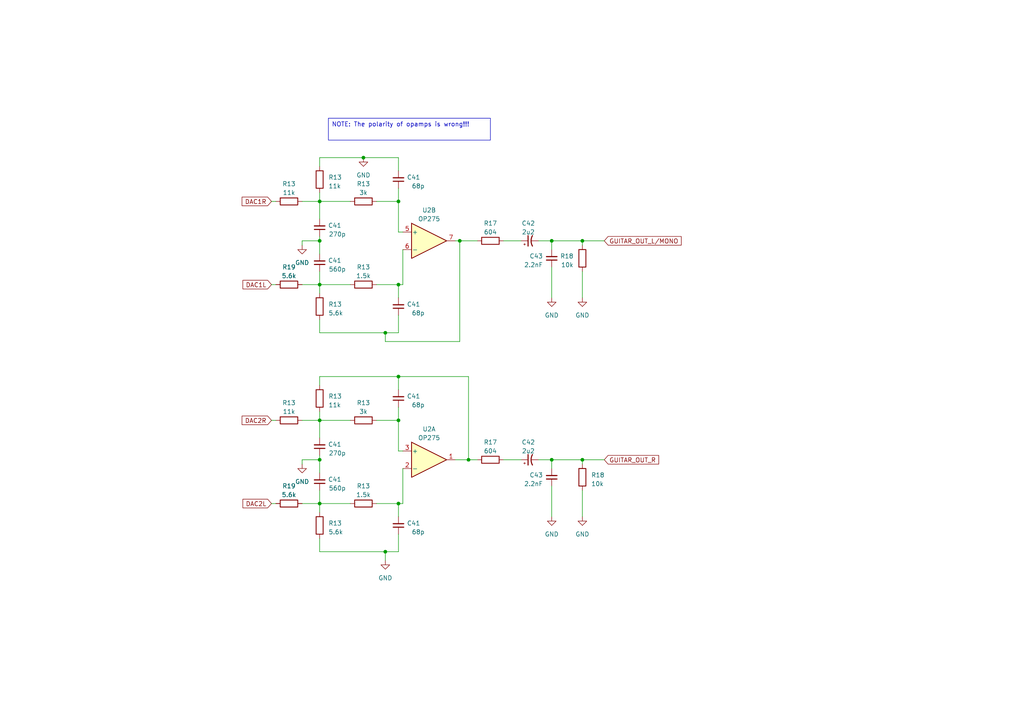
<source format=kicad_sch>
(kicad_sch (version 20230121) (generator eeschema)
  (paper "A4")
  (lib_symbols
    (symbol "Amplifier_Operational:OP275" (pin_names (offset 0.127))
      (property "Reference" "U" (at 0 5.08 0))
      (property "Value" "OP275" (at 0 -5.08 0))
      (symbol "OP275_1_1"
        (polyline (pts (xy -5.08 5.08) (xy 5.08 0) (xy -5.08 -5.08) (xy -5.08 5.08)) (stroke (width 0.254)) (fill (type background)))
        (pin output line (at 7.62 0 180) (length 2.54) (name "~") (number "1"))
        (pin input line (at -7.62 -2.54 0) (length 2.54) (name "-") (number "2"))
        (pin input line (at -7.62 2.54 0) (length 2.54) (name "+") (number "3"))
      )
      (symbol "OP275_2_1"
        (polyline (pts (xy -5.08 5.08) (xy 5.08 0) (xy -5.08 -5.08) (xy -5.08 5.08)) (stroke (width 0.254)) (fill (type background)))
        (pin input line (at -7.62 2.54 0) (length 2.54) (name "+") (number "5"))
        (pin input line (at -7.62 -2.54 0) (length 2.54) (name "-") (number "6"))
        (pin output line (at 7.62 0 180) (length 2.54) (name "~") (number "7"))
      )
      (symbol "OP275_3_1"
        (pin power_in line (at -2.54 -7.62 90) (length 3.81) (name "V-") (number "4"))
        (pin power_in line (at -2.54 7.62 270) (length 3.81) (name "V+") (number "8"))
      )
    )
    (symbol "Device:C_Polarized_Small_US" (pin_numbers hide) (pin_names (offset 0.254) hide)
      (property "Reference" "C" (at 0.254 1.778 0))
      (property "Value" "C_Polarized_Small_US" (at 0.254 -2.032 0))
      (symbol "C_Polarized_Small_US_0_1"
        (polyline (pts (xy -1.524 0.508) (xy 1.524 0.508)) (stroke (width 0.3048)))
        (polyline (pts (xy -1.27 1.524) (xy -0.762 1.524)))
        (polyline (pts (xy -1.016 1.27) (xy -1.016 1.778)))
        (arc (start 1.524 -0.762) (mid 0 -0.3734) (end -1.524 -0.762) (stroke (width 0.3048)))
      )
      (symbol "C_Polarized_Small_US_1_1"
        (pin passive line (at 0 2.54 270) (length 2.032) (name "~") (number "1"))
        (pin passive line (at 0 -2.54 90) (length 2.032) (name "~") (number "2"))
      )
    )
    (symbol "Device:C_Small" (pin_numbers hide) (pin_names (offset 0.254) hide)
      (property "Reference" "C" (at 0.254 1.778 0))
      (property "Value" "C_Small" (at 0.254 -2.032 0))
      (symbol "C_Small_0_1"
        (polyline (pts (xy -1.524 -0.508) (xy 1.524 -0.508)) (stroke (width 0.3302)))
        (polyline (pts (xy -1.524 0.508) (xy 1.524 0.508)) (stroke (width 0.3048)))
      )
      (symbol "C_Small_1_1"
        (pin passive line (at 0 2.54 270) (length 2.032) (name "~") (number "1"))
        (pin passive line (at 0 -2.54 90) (length 2.032) (name "~") (number "2"))
      )
    )
    (symbol "Device:R" (pin_numbers hide) (pin_names (offset 0))
      (property "Reference" "R" (at 2.032 0 90))
      (property "Value" "R" (at 0 0 90))
      (symbol "R_0_1"
        (rectangle (start -1.016 -2.54) (end 1.016 2.54) (stroke (width 0.254)))
      )
      (symbol "R_1_1"
        (pin passive line (at 0 3.81 270) (length 1.27) (name "~") (number "1"))
        (pin passive line (at 0 -3.81 90) (length 1.27) (name "~") (number "2"))
      )
    )
    (symbol "power:GND" (power) (pin_names (offset 0))
      (property "Value" "GND" (at 0 -3.81 0))
      (symbol "GND_0_1"
        (polyline (pts (xy 0 0) (xy 0 -1.27) (xy 1.27 -1.27) (xy 0 -2.54) (xy -1.27 -1.27) (xy 0 -1.27)))
      )
      (symbol "GND_1_1"
        (pin power_in line (at 0 0 270) (length 0) hide (name "GND") (number "1"))
      )
    )
  )
  (junction (at 135.89 133.35))
  (junction (at 92.71 69.85))
  (junction (at 92.71 82.55))
  (junction (at 160.02 69.85))
  (junction (at 111.76 160.02))
  (junction (at 111.76 96.52))
  (junction (at 92.71 121.92))
  (junction (at 115.57 58.42))
  (junction (at 105.41 45.72))
  (junction (at 160.02 133.35))
  (junction (at 133.35 69.85))
  (junction (at 168.91 69.85))
  (junction (at 92.71 146.05))
  (junction (at 115.57 82.55))
  (junction (at 115.57 146.05))
  (junction (at 92.71 133.35))
  (junction (at 115.57 109.22))
  (junction (at 115.57 121.92))
  (junction (at 168.91 133.35))
  (junction (at 92.71 58.42))
  (wire (pts (xy 87.63 133.35) (xy 92.71 133.35)))
  (wire (pts (xy 116.84 72.39) (xy 116.84 82.55)))
  (wire (pts (xy 135.89 133.35) (xy 138.43 133.35)))
  (wire (pts (xy 146.05 133.35) (xy 151.13 133.35)))
  (wire (pts (xy 168.91 78.74) (xy 168.91 86.36)))
  (wire (pts (xy 92.71 132.08) (xy 92.71 133.35)))
  (wire (pts (xy 116.84 135.89) (xy 116.84 146.05)))
  (wire (pts (xy 92.71 82.55) (xy 92.71 85.09)))
  (wire (pts (xy 92.71 68.58) (xy 92.71 69.85)))
  (wire (pts (xy 115.57 58.42) (xy 109.22 58.42)))
  (wire (pts (xy 92.71 45.72) (xy 105.41 45.72)))
  (wire (pts (xy 109.22 82.55) (xy 115.57 82.55)))
  (wire (pts (xy 111.76 96.52) (xy 115.57 96.52)))
  (wire (pts (xy 168.91 142.24) (xy 168.91 149.86)))
  (wire (pts (xy 115.57 118.11) (xy 115.57 121.92)))
  (wire (pts (xy 87.63 69.85) (xy 92.71 69.85)))
  (wire (pts (xy 160.02 133.35) (xy 160.02 135.89)))
  (wire (pts (xy 87.63 71.12) (xy 87.63 69.85)))
  (wire (pts (xy 146.05 69.85) (xy 151.13 69.85)))
  (wire (pts (xy 92.71 121.92) (xy 92.71 127)))
  (wire (pts (xy 92.71 111.76) (xy 92.71 109.22)))
  (wire (pts (xy 160.02 77.47) (xy 160.02 86.36)))
  (wire (pts (xy 87.63 58.42) (xy 92.71 58.42)))
  (wire (pts (xy 116.84 130.81) (xy 115.57 130.81)))
  (wire (pts (xy 111.76 160.02) (xy 115.57 160.02)))
  (wire (pts (xy 78.74 121.92) (xy 80.01 121.92)))
  (wire (pts (xy 92.71 69.85) (xy 92.71 73.66)))
  (wire (pts (xy 168.91 69.85) (xy 168.91 71.12)))
  (wire (pts (xy 87.63 134.62) (xy 87.63 133.35)))
  (wire (pts (xy 132.08 69.85) (xy 133.35 69.85)))
  (wire (pts (xy 115.57 146.05) (xy 115.57 149.86)))
  (wire (pts (xy 115.57 109.22) (xy 115.57 113.03)))
  (wire (pts (xy 92.71 109.22) (xy 115.57 109.22)))
  (wire (pts (xy 92.71 58.42) (xy 101.6 58.42)))
  (wire (pts (xy 92.71 142.24) (xy 92.71 146.05)))
  (wire (pts (xy 168.91 133.35) (xy 175.26 133.35)))
  (wire (pts (xy 105.41 45.72) (xy 115.57 45.72)))
  (wire (pts (xy 135.89 109.22) (xy 135.89 133.35)))
  (wire (pts (xy 111.76 99.06) (xy 133.35 99.06)))
  (wire (pts (xy 87.63 121.92) (xy 92.71 121.92)))
  (wire (pts (xy 133.35 99.06) (xy 133.35 69.85)))
  (wire (pts (xy 115.57 82.55) (xy 116.84 82.55)))
  (wire (pts (xy 168.91 133.35) (xy 168.91 134.62)))
  (wire (pts (xy 92.71 92.71) (xy 92.71 96.52)))
  (wire (pts (xy 115.57 146.05) (xy 116.84 146.05)))
  (wire (pts (xy 92.71 48.26) (xy 92.71 45.72)))
  (wire (pts (xy 92.71 146.05) (xy 92.71 148.59)))
  (wire (pts (xy 115.57 91.44) (xy 115.57 96.52)))
  (wire (pts (xy 78.74 146.05) (xy 80.01 146.05)))
  (wire (pts (xy 92.71 55.88) (xy 92.71 58.42)))
  (wire (pts (xy 78.74 58.42) (xy 80.01 58.42)))
  (wire (pts (xy 115.57 45.72) (xy 115.57 49.53)))
  (wire (pts (xy 92.71 121.92) (xy 101.6 121.92)))
  (wire (pts (xy 87.63 146.05) (xy 92.71 146.05)))
  (wire (pts (xy 92.71 133.35) (xy 92.71 137.16)))
  (wire (pts (xy 115.57 121.92) (xy 109.22 121.92)))
  (wire (pts (xy 87.63 82.55) (xy 92.71 82.55)))
  (wire (pts (xy 115.57 67.31) (xy 115.57 58.42)))
  (wire (pts (xy 133.35 69.85) (xy 138.43 69.85)))
  (wire (pts (xy 132.08 133.35) (xy 135.89 133.35)))
  (wire (pts (xy 160.02 133.35) (xy 168.91 133.35)))
  (wire (pts (xy 78.74 82.55) (xy 80.01 82.55)))
  (wire (pts (xy 115.57 54.61) (xy 115.57 58.42)))
  (wire (pts (xy 168.91 69.85) (xy 175.26 69.85)))
  (wire (pts (xy 116.84 67.31) (xy 115.57 67.31)))
  (wire (pts (xy 115.57 130.81) (xy 115.57 121.92)))
  (wire (pts (xy 115.57 109.22) (xy 135.89 109.22)))
  (wire (pts (xy 92.71 156.21) (xy 92.71 160.02)))
  (wire (pts (xy 160.02 140.97) (xy 160.02 149.86)))
  (wire (pts (xy 115.57 82.55) (xy 115.57 86.36)))
  (wire (pts (xy 109.22 146.05) (xy 115.57 146.05)))
  (wire (pts (xy 111.76 96.52) (xy 111.76 99.06)))
  (wire (pts (xy 160.02 69.85) (xy 168.91 69.85)))
  (wire (pts (xy 156.21 69.85) (xy 160.02 69.85)))
  (wire (pts (xy 92.71 119.38) (xy 92.71 121.92)))
  (wire (pts (xy 92.71 78.74) (xy 92.71 82.55)))
  (wire (pts (xy 92.71 58.42) (xy 92.71 63.5)))
  (wire (pts (xy 115.57 154.94) (xy 115.57 160.02)))
  (wire (pts (xy 156.21 133.35) (xy 160.02 133.35)))
  (wire (pts (xy 92.71 160.02) (xy 111.76 160.02)))
  (wire (pts (xy 92.71 82.55) (xy 101.6 82.55)))
  (wire (pts (xy 92.71 146.05) (xy 101.6 146.05)))
  (wire (pts (xy 111.76 160.02) (xy 111.76 162.56)))
  (wire (pts (xy 160.02 69.85) (xy 160.02 72.39)))
  (wire (pts (xy 92.71 96.52) (xy 111.76 96.52)))
  (text_box "NOTE: The polarity of opamps is wrong!!!" (at 95.25 34.29 0) (size 46.99 6.35) (effects (font (size 1.27 1.27)) (justify left top)))
  (global_label "GUITAR_OUT_L{slash}MONO" (shape input) (at 175.26 69.85 0) (property "Intersheetrefs" "${INTERSHEET_REFS}" (effects hide)))
  (global_label "GUITAR_OUT_R" (shape input) (at 175.26 133.35 0) (property "Intersheetrefs" "${INTERSHEET_REFS}" (effects hide)))
  (global_label "DAC1R" (shape input) (at 78.74 58.42 180) (property "Intersheetrefs" "${INTERSHEET_REFS}" (effects hide)))
  (global_label "DAC1L" (shape input) (at 78.74 82.55 180) (property "Intersheetrefs" "${INTERSHEET_REFS}" (effects hide)))
  (global_label "DAC2R" (shape input) (at 78.74 121.92 180) (property "Intersheetrefs" "${INTERSHEET_REFS}" (effects hide)))
  (global_label "DAC2L" (shape input) (at 78.74 146.05 180) (property "Intersheetrefs" "${INTERSHEET_REFS}" (effects hide)))
  (symbol (lib_id "Device:C_Small") (at 160.02 74.93 0) (mirror x) (unit 1)
    (property "Reference" "C43" (at 157.48 74.2886 0) (effects (justify right)))
    (property "Value" "2.2nF" (at 157.48 76.8286 0) (effects (justify right)))
    (property "Footprint" "Capacitor_SMD:C_0603_1608Metric_Pad1.08x0.95mm_HandSolder" (effects hide))
  )
  (symbol (lib_id "power:GND") (at 160.02 86.36 0) (unit 1)
    (property "Reference" "#PWR02" (effects hide))
    (property "Value" "GND" (at 160.02 91.44 0))
    (instances (project "stm_audio_board_V2_1" (path "" (reference "#PWR02") (unit 1)) (path "" (reference "#PWR01") (unit 1)) (path "" (reference "#PWR046") (unit 1))))
  )
  (symbol (lib_id "power:GND") (at 111.76 162.56 0) (unit 1)
    (property "Reference" "#PWR02" (effects hide))
    (property "Value" "GND" (at 111.76 167.64 0))
    (instances (project "stm_audio_board_V2_1" (path "" (reference "#PWR02") (unit 1)) (path "" (reference "#PWR01") (unit 1)) (path "" (reference "#PWR027") (unit 1))))
  )
  (symbol (lib_id "Device:R") (at 142.24 69.85 270) (unit 1)
    (property "Reference" "R17" (at 142.24 64.77 90))
    (property "Value" "604" (at 142.24 67.31 90))
    (property "Footprint" "Resistor_SMD:R_0805_2012Metric_Pad1.20x1.40mm_HandSolder" (effects hide))
  )
  (symbol (lib_id "Device:C_Small") (at 92.71 139.7 0) (mirror x) (unit 1)
    (property "Reference" "C41" (at 99.06 139.0586 0) (effects (justify right)))
    (property "Value" "560p" (at 100.33 141.5986 0) (effects (justify right)))
    (property "Footprint" "Capacitor_SMD:C_0603_1608Metric_Pad1.08x0.95mm_HandSolder" (effects hide))
  )
  (symbol (lib_id "Device:C_Polarized_Small_US") (at 153.67 69.85 90) (unit 1)
    (property "Reference" "C42" (at 153.2382 64.77 90))
    (property "Value" "2u2" (at 153.2382 67.31 90))
    (property "Footprint" "Capacitor_SMD:C_0805_2012Metric_Pad1.18x1.45mm_HandSolder" (effects hide))
  )
  (symbol (lib_id "Device:R") (at 105.41 58.42 270) (unit 1)
    (property "Reference" "R13" (at 105.41 53.34 90))
    (property "Value" "3k" (at 105.41 55.88 90))
    (property "Footprint" "Resistor_SMD:R_0805_2012Metric_Pad1.20x1.40mm_HandSolder" (effects hide))
  )
  (symbol (lib_id "Device:R") (at 168.91 138.43 0) (unit 1)
    (property "Reference" "R18" (at 171.45 137.795 0) (effects (justify left)))
    (property "Value" "10k" (at 171.45 140.335 0) (effects (justify left)))
    (property "Footprint" "Resistor_SMD:R_0805_2012Metric_Pad1.20x1.40mm_HandSolder" (effects hide))
    (instances (project "stm_audio_board_V2_1" (path "" (reference "R18") (unit 1)) (path "" (reference "R24") (unit 1))))
  )
  (symbol (lib_id "Device:R") (at 92.71 52.07 180) (unit 1)
    (property "Reference" "R13" (at 95.25 51.435 0) (effects (justify right)))
    (property "Value" "11k" (at 95.25 53.975 0) (effects (justify right)))
    (property "Footprint" "Resistor_SMD:R_0805_2012Metric_Pad1.20x1.40mm_HandSolder" (effects hide))
    (instances (project "stm_audio_board_V2_1" (path "" (reference "R13") (unit 1)) (path "" (reference "R31") (unit 1))))
  )
  (symbol (lib_id "Device:R") (at 105.41 121.92 270) (unit 1)
    (property "Reference" "R13" (at 105.41 116.84 90))
    (property "Value" "3k" (at 105.41 119.38 90))
    (property "Footprint" "Resistor_SMD:R_0805_2012Metric_Pad1.20x1.40mm_HandSolder" (effects hide))
    (instances (project "stm_audio_board_V2_1" (path "" (reference "R13") (unit 1)) (path "" (reference "R21") (unit 1))))
  )
  (symbol (lib_id "Amplifier_Operational:OP275") (at 124.46 133.35 0) (unit 1)
    (property "Reference" "U2" (at 124.46 124.46 0))
    (property "Value" "OP275" (at 124.46 127 0))
    (property "Footprint" "Package_SO:SSOP-8_3.9x5.05mm_P1.27mm" (effects hide))
    (property "Datasheet" "https://www.analog.com/media/en/technical-documentation/data-sheets/OP275.pdf" (effects hide))
  )
  (symbol (lib_id "Device:C_Small") (at 115.57 88.9 0) (mirror x) (unit 1)
    (property "Reference" "C41" (at 121.92 88.2586 0) (effects (justify right)))
    (property "Value" "68p" (at 123.19 90.7986 0) (effects (justify right)))
    (property "Footprint" "Capacitor_SMD:C_0603_1608Metric_Pad1.08x0.95mm_HandSolder" (effects hide))
    (instances (project "stm_audio_board_V2_1" (path "" (reference "C41") (unit 1)) (path "" (reference "C38") (unit 1))))
  )
  (symbol (lib_id "Device:R") (at 92.71 152.4 180) (unit 1)
    (property "Reference" "R13" (at 95.25 151.765 0) (effects (justify right)))
    (property "Value" "5.6k" (at 95.25 154.305 0) (effects (justify right)))
    (property "Footprint" "Resistor_SMD:R_0805_2012Metric_Pad1.20x1.40mm_HandSolder" (effects hide))
    (instances (project "stm_audio_board_V2_1" (path "" (reference "R13") (unit 1)) (path "" (reference "R20") (unit 1))))
  )
  (symbol (lib_id "power:GND") (at 168.91 149.86 0) (unit 1)
    (property "Reference" "#PWR02" (effects hide))
    (property "Value" "GND" (at 168.91 154.94 0))
    (instances (project "stm_audio_board_V2_1" (path "" (reference "#PWR02") (unit 1)) (path "" (reference "#PWR01") (unit 1)) (path "" (reference "#PWR033") (unit 1))))
  )
  (symbol (lib_id "Device:R") (at 92.71 115.57 180) (unit 1)
    (property "Reference" "R13" (at 95.25 114.935 0) (effects (justify right)))
    (property "Value" "11k" (at 95.25 117.475 0) (effects (justify right)))
    (property "Footprint" "Resistor_SMD:R_0805_2012Metric_Pad1.20x1.40mm_HandSolder" (effects hide))
    (instances (project "stm_audio_board_V2_1" (path "" (reference "R13") (unit 1)) (path "" (reference "R19") (unit 1))))
  )
  (symbol (lib_id "Amplifier_Operational:OP275") (at 124.46 69.85 0) (unit 2)
    (property "Reference" "U2" (at 124.46 60.96 0))
    (property "Value" "OP275" (at 124.46 63.5 0))
    (property "Footprint" "Package_SO:SSOP-8_3.9x5.05mm_P1.27mm" (effects hide))
    (property "Datasheet" "https://www.analog.com/media/en/technical-documentation/data-sheets/OP275.pdf" (effects hide))
  )
  (symbol (lib_id "Device:R") (at 83.82 82.55 90) (unit 1)
    (property "Reference" "R19" (at 83.82 77.47 90))
    (property "Value" "5.6k" (at 83.82 80.01 90))
    (property "Footprint" "Resistor_SMD:R_0805_2012Metric_Pad1.20x1.40mm_HandSolder" (effects hide))
    (instances (project "stm_audio_board_V2_1" (path "" (reference "R19") (unit 1)) (path "" (reference "R27") (unit 1))))
  )
  (symbol (lib_id "power:GND") (at 168.91 86.36 0) (unit 1)
    (property "Reference" "#PWR02" (effects hide))
    (property "Value" "GND" (at 168.91 91.44 0))
    (instances (project "stm_audio_board_V2_1" (path "" (reference "#PWR02") (unit 1)) (path "" (reference "#PWR01") (unit 1)) (path "" (reference "#PWR031") (unit 1))))
  )
  (symbol (lib_id "Device:C_Small") (at 92.71 76.2 0) (mirror x) (unit 1)
    (property "Reference" "C41" (at 99.06 75.5586 0) (effects (justify right)))
    (property "Value" "560p" (at 100.33 78.0986 0) (effects (justify right)))
    (property "Footprint" "Capacitor_SMD:C_0603_1608Metric_Pad1.08x0.95mm_HandSolder" (effects hide))
    (instances (project "stm_audio_board_V2_1" (path "" (reference "C41") (unit 1)) (path "" (reference "C23") (unit 1))))
  )
  (symbol (lib_id "Device:R") (at 105.41 82.55 270) (unit 1)
    (property "Reference" "R13" (at 105.41 77.47 90))
    (property "Value" "1.5k" (at 105.41 80.01 90))
    (property "Footprint" "Resistor_SMD:R_0805_2012Metric_Pad1.20x1.40mm_HandSolder" (effects hide))
    (instances (project "stm_audio_board_V2_1" (path "" (reference "R13") (unit 1)) (path "" (reference "R14") (unit 1))))
  )
  (symbol (lib_id "power:GND") (at 87.63 71.12 0) (unit 1)
    (property "Reference" "#PWR02" (effects hide))
    (property "Value" "GND" (at 87.63 76.2 0))
    (instances (project "stm_audio_board_V2_1" (path "" (reference "#PWR02") (unit 1)) (path "" (reference "#PWR01") (unit 1)) (path "" (reference "#PWR014") (unit 1))))
  )
  (symbol (lib_id "Device:R") (at 83.82 146.05 90) (unit 1)
    (property "Reference" "R19" (at 83.82 140.97 90))
    (property "Value" "5.6k" (at 83.82 143.51 90))
    (property "Footprint" "Resistor_SMD:R_0805_2012Metric_Pad1.20x1.40mm_HandSolder" (effects hide))
    (instances (project "stm_audio_board_V2_1" (path "" (reference "R19") (unit 1)) (path "" (reference "R16") (unit 1))))
  )
  (symbol (lib_id "Device:R") (at 92.71 88.9 180) (unit 1)
    (property "Reference" "R13" (at 95.25 88.265 0) (effects (justify right)))
    (property "Value" "5.6k" (at 95.25 90.805 0) (effects (justify right)))
    (property "Footprint" "Resistor_SMD:R_0805_2012Metric_Pad1.20x1.40mm_HandSolder" (effects hide))
    (instances (project "stm_audio_board_V2_1" (path "" (reference "R13") (unit 1)) (path "" (reference "R32") (unit 1))))
  )
  (symbol (lib_id "Device:C_Small") (at 160.02 138.43 0) (mirror x) (unit 1)
    (property "Reference" "C43" (at 157.48 137.7886 0) (effects (justify right)))
    (property "Value" "2.2nF" (at 157.48 140.3286 0) (effects (justify right)))
    (property "Footprint" "Capacitor_SMD:C_0603_1608Metric_Pad1.08x0.95mm_HandSolder" (effects hide))
    (instances (project "stm_audio_board_V2_1" (path "" (reference "C43") (unit 1)) (path "" (reference "C47") (unit 1))))
  )
  (symbol (lib_id "Device:C_Polarized_Small_US") (at 153.67 133.35 90) (unit 1)
    (property "Reference" "C42" (at 153.2382 128.27 90))
    (property "Value" "2u2" (at 153.2382 130.81 90))
    (property "Footprint" "Capacitor_SMD:C_0805_2012Metric_Pad1.18x1.45mm_HandSolder" (effects hide))
    (instances (project "stm_audio_board_V2_1" (path "" (reference "C42") (unit 1)) (path "" (reference "C46") (unit 1))))
  )
  (symbol (lib_id "power:GND") (at 87.63 134.62 0) (unit 1)
    (property "Reference" "#PWR02" (effects hide))
    (property "Value" "GND" (at 87.63 139.7 0))
    (instances (project "stm_audio_board_V2_1" (path "" (reference "#PWR02") (unit 1)) (path "" (reference "#PWR01") (unit 1)) (path "" (reference "#PWR021") (unit 1))))
  )
  (symbol (lib_id "Device:R") (at 168.91 74.93 0) (mirror y) (unit 1)
    (property "Reference" "R18" (at 166.37 74.295 0) (effects (justify left)))
    (property "Value" "10k" (at 166.37 76.835 0) (effects (justify left)))
    (property "Footprint" "Resistor_SMD:R_0805_2012Metric_Pad1.20x1.40mm_HandSolder" (effects hide))
  )
  (symbol (lib_id "Device:R") (at 83.82 121.92 90) (unit 1)
    (property "Reference" "R13" (at 83.82 116.84 90))
    (property "Value" "11k" (at 83.82 119.38 90))
    (property "Footprint" "Resistor_SMD:R_0805_2012Metric_Pad1.20x1.40mm_HandSolder" (effects hide))
    (instances (project "stm_audio_board_V2_1" (path "" (reference "R13") (unit 1)) (path "" (reference "R15") (unit 1))))
  )
  (symbol (lib_id "Device:C_Small") (at 115.57 152.4 0) (mirror x) (unit 1)
    (property "Reference" "C41" (at 121.92 151.7586 0) (effects (justify right)))
    (property "Value" "68p" (at 123.19 154.2986 0) (effects (justify right)))
    (property "Footprint" "Capacitor_SMD:C_0603_1608Metric_Pad1.08x0.95mm_HandSolder" (effects hide))
    (instances (project "stm_audio_board_V2_1" (path "" (reference "C41") (unit 1)) (path "" (reference "C45") (unit 1))))
  )
  (symbol (lib_id "Device:R") (at 83.82 58.42 90) (unit 1)
    (property "Reference" "R13" (at 83.82 53.34 90))
    (property "Value" "11k" (at 83.82 55.88 90))
    (property "Footprint" "Resistor_SMD:R_0805_2012Metric_Pad1.20x1.40mm_HandSolder" (effects hide))
    (instances (project "stm_audio_board_V2_1" (path "" (reference "R13") (unit 1)) (path "" (reference "R30") (unit 1))))
  )
  (symbol (lib_id "Device:C_Small") (at 115.57 115.57 0) (mirror x) (unit 1)
    (property "Reference" "C41" (at 121.92 114.9286 0) (effects (justify right)))
    (property "Value" "68p" (at 123.19 117.4686 0) (effects (justify right)))
    (property "Footprint" "Capacitor_SMD:C_0603_1608Metric_Pad1.08x0.95mm_HandSolder" (effects hide))
    (instances (project "stm_audio_board_V2_1" (path "" (reference "C41") (unit 1)) (path "" (reference "C44") (unit 1))))
  )
  (symbol (lib_id "Device:R") (at 105.41 146.05 270) (unit 1)
    (property "Reference" "R13" (at 105.41 140.97 90))
    (property "Value" "1.5k" (at 105.41 143.51 90))
    (property "Footprint" "Resistor_SMD:R_0805_2012Metric_Pad1.20x1.40mm_HandSolder" (effects hide))
    (instances (project "stm_audio_board_V2_1" (path "" (reference "R13") (unit 1)) (path "" (reference "R22") (unit 1))))
  )
  (symbol (lib_id "Device:C_Small") (at 115.57 52.07 0) (mirror x) (unit 1)
    (property "Reference" "C41" (at 121.92 51.4286 0) (effects (justify right)))
    (property "Value" "68p" (at 123.19 53.9686 0) (effects (justify right)))
    (property "Footprint" "Capacitor_SMD:C_0603_1608Metric_Pad1.08x0.95mm_HandSolder" (effects hide))
    (instances (project "stm_audio_board_V2_1" (path "" (reference "C41") (unit 1)) (path "" (reference "C39") (unit 1))))
  )
  (symbol (lib_id "Device:R") (at 142.24 133.35 270) (unit 1)
    (property "Reference" "R17" (at 142.24 128.27 90))
    (property "Value" "604" (at 142.24 130.81 90))
    (property "Footprint" "Resistor_SMD:R_0805_2012Metric_Pad1.20x1.40mm_HandSolder" (effects hide))
    (instances (project "stm_audio_board_V2_1" (path "" (reference "R17") (unit 1)) (path "" (reference "R23") (unit 1))))
  )
  (symbol (lib_id "power:GND") (at 160.02 149.86 0) (unit 1)
    (property "Reference" "#PWR02" (effects hide))
    (property "Value" "GND" (at 160.02 154.94 0))
    (instances (project "stm_audio_board_V2_1" (path "" (reference "#PWR02") (unit 1)) (path "" (reference "#PWR01") (unit 1)) (path "" (reference "#PWR030") (unit 1))))
  )
  (symbol (lib_id "Device:C_Small") (at 92.71 66.04 0) (mirror x) (unit 1)
    (property "Reference" "C41" (at 99.06 65.3986 0) (effects (justify right)))
    (property "Value" "270p" (at 100.33 67.9386 0) (effects (justify right)))
    (property "Footprint" "Capacitor_SMD:C_0603_1608Metric_Pad1.08x0.95mm_HandSolder" (effects hide))
    (instances (project "stm_audio_board_V2_1" (path "" (reference "C41") (unit 1)) (path "" (reference "C22") (unit 1))))
  )
  (symbol (lib_id "Device:C_Small") (at 92.71 129.54 0) (mirror x) (unit 1)
    (property "Reference" "C41" (at 99.06 128.8986 0) (effects (justify right)))
    (property "Value" "270p" (at 100.33 131.4386 0) (effects (justify right)))
    (property "Footprint" "Capacitor_SMD:C_0603_1608Metric_Pad1.08x0.95mm_HandSolder" (effects hide))
    (instances (project "stm_audio_board_V2_1" (path "" (reference "C41") (unit 1)) (path "" (reference "C40") (unit 1))))
  )
  (symbol (lib_id "power:GND") (at 105.41 45.72 0) (unit 1)
    (property "Reference" "#PWR02" (effects hide))
    (property "Value" "GND" (at 105.41 50.8 0))
    (instances (project "stm_audio_board_V2_1" (path "" (reference "#PWR02") (unit 1)) (path "" (reference "#PWR01") (unit 1)) (path "" (reference "#PWR015") (unit 1))))
  )
)
</source>
